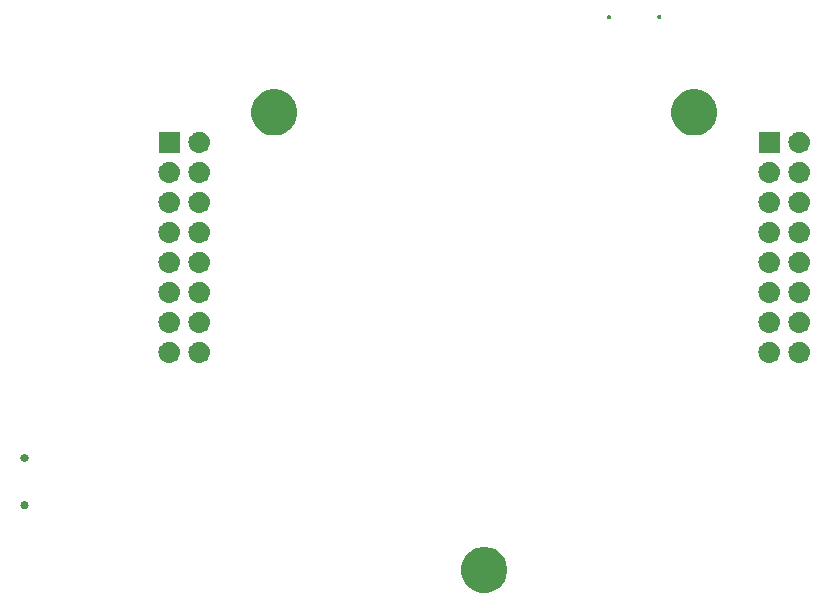
<source format=gbr>
G04 #@! TF.GenerationSoftware,KiCad,Pcbnew,(5.0.2)-1*
G04 #@! TF.CreationDate,2019-10-04T12:36:52+03:00*
G04 #@! TF.ProjectId,esp32d,65737033-3264-42e6-9b69-6361645f7063,rev?*
G04 #@! TF.SameCoordinates,Original*
G04 #@! TF.FileFunction,Soldermask,Bot*
G04 #@! TF.FilePolarity,Negative*
%FSLAX46Y46*%
G04 Gerber Fmt 4.6, Leading zero omitted, Abs format (unit mm)*
G04 Created by KiCad (PCBNEW (5.0.2)-1) date 04.10.2019 12:36:52*
%MOMM*%
%LPD*%
G01*
G04 APERTURE LIST*
%ADD10C,0.100000*%
G04 APERTURE END LIST*
D10*
G36*
X119949083Y-141633975D02*
X119949085Y-141633976D01*
X119949086Y-141633976D01*
X120304145Y-141781046D01*
X120304146Y-141781047D01*
X120623693Y-141994561D01*
X120895439Y-142266307D01*
X120895441Y-142266310D01*
X121108954Y-142585855D01*
X121256024Y-142940914D01*
X121331000Y-143317843D01*
X121331000Y-143702157D01*
X121256024Y-144079086D01*
X121108954Y-144434145D01*
X121108953Y-144434146D01*
X120895439Y-144753693D01*
X120623693Y-145025439D01*
X120623690Y-145025441D01*
X120304145Y-145238954D01*
X119949086Y-145386024D01*
X119949085Y-145386024D01*
X119949083Y-145386025D01*
X119572158Y-145461000D01*
X119187842Y-145461000D01*
X118810917Y-145386025D01*
X118810915Y-145386024D01*
X118810914Y-145386024D01*
X118455855Y-145238954D01*
X118136310Y-145025441D01*
X118136307Y-145025439D01*
X117864561Y-144753693D01*
X117651047Y-144434146D01*
X117651046Y-144434145D01*
X117503976Y-144079086D01*
X117429000Y-143702157D01*
X117429000Y-143317843D01*
X117503976Y-142940914D01*
X117651046Y-142585855D01*
X117864559Y-142266310D01*
X117864561Y-142266307D01*
X118136307Y-141994561D01*
X118455854Y-141781047D01*
X118455855Y-141781046D01*
X118810914Y-141633976D01*
X118810915Y-141633976D01*
X118810917Y-141633975D01*
X119187842Y-141559000D01*
X119572158Y-141559000D01*
X119949083Y-141633975D01*
X119949083Y-141633975D01*
G37*
G36*
X80562883Y-137679489D02*
X80626761Y-137705948D01*
X80684250Y-137744361D01*
X80733139Y-137793250D01*
X80771552Y-137850739D01*
X80798011Y-137914617D01*
X80811500Y-137982430D01*
X80811500Y-138051570D01*
X80798011Y-138119383D01*
X80771552Y-138183261D01*
X80733139Y-138240750D01*
X80684250Y-138289639D01*
X80626761Y-138328052D01*
X80562883Y-138354511D01*
X80495070Y-138368000D01*
X80425930Y-138368000D01*
X80358117Y-138354511D01*
X80294239Y-138328052D01*
X80236750Y-138289639D01*
X80187861Y-138240750D01*
X80149448Y-138183261D01*
X80122989Y-138119383D01*
X80109500Y-138051570D01*
X80109500Y-137982430D01*
X80122989Y-137914617D01*
X80149448Y-137850739D01*
X80187861Y-137793250D01*
X80236750Y-137744361D01*
X80294239Y-137705948D01*
X80358117Y-137679489D01*
X80425930Y-137666000D01*
X80495070Y-137666000D01*
X80562883Y-137679489D01*
X80562883Y-137679489D01*
G37*
G36*
X80562883Y-133679489D02*
X80626761Y-133705948D01*
X80684250Y-133744361D01*
X80733139Y-133793250D01*
X80771552Y-133850739D01*
X80798011Y-133914617D01*
X80811500Y-133982430D01*
X80811500Y-134051570D01*
X80798011Y-134119383D01*
X80771552Y-134183261D01*
X80733139Y-134240750D01*
X80684250Y-134289639D01*
X80626761Y-134328052D01*
X80562883Y-134354511D01*
X80495070Y-134368000D01*
X80425930Y-134368000D01*
X80358117Y-134354511D01*
X80294239Y-134328052D01*
X80236750Y-134289639D01*
X80187861Y-134240750D01*
X80149448Y-134183261D01*
X80122989Y-134119383D01*
X80109500Y-134051570D01*
X80109500Y-133982430D01*
X80122989Y-133914617D01*
X80149448Y-133850739D01*
X80187861Y-133793250D01*
X80236750Y-133744361D01*
X80294239Y-133705948D01*
X80358117Y-133679489D01*
X80425930Y-133666000D01*
X80495070Y-133666000D01*
X80562883Y-133679489D01*
X80562883Y-133679489D01*
G37*
G36*
X95360442Y-124200518D02*
X95426627Y-124207037D01*
X95539853Y-124241384D01*
X95596467Y-124258557D01*
X95735087Y-124332652D01*
X95752991Y-124342222D01*
X95788729Y-124371552D01*
X95890186Y-124454814D01*
X95973448Y-124556271D01*
X96002778Y-124592009D01*
X96002779Y-124592011D01*
X96086443Y-124748533D01*
X96086443Y-124748534D01*
X96137963Y-124918373D01*
X96155359Y-125095000D01*
X96137963Y-125271627D01*
X96103616Y-125384853D01*
X96086443Y-125441467D01*
X96012348Y-125580087D01*
X96002778Y-125597991D01*
X95973448Y-125633729D01*
X95890186Y-125735186D01*
X95788729Y-125818448D01*
X95752991Y-125847778D01*
X95752989Y-125847779D01*
X95596467Y-125931443D01*
X95539853Y-125948616D01*
X95426627Y-125982963D01*
X95360442Y-125989482D01*
X95294260Y-125996000D01*
X95205740Y-125996000D01*
X95139558Y-125989482D01*
X95073373Y-125982963D01*
X94960147Y-125948616D01*
X94903533Y-125931443D01*
X94747011Y-125847779D01*
X94747009Y-125847778D01*
X94711271Y-125818448D01*
X94609814Y-125735186D01*
X94526552Y-125633729D01*
X94497222Y-125597991D01*
X94487652Y-125580087D01*
X94413557Y-125441467D01*
X94396384Y-125384853D01*
X94362037Y-125271627D01*
X94344641Y-125095000D01*
X94362037Y-124918373D01*
X94413557Y-124748534D01*
X94413557Y-124748533D01*
X94497221Y-124592011D01*
X94497222Y-124592009D01*
X94526552Y-124556271D01*
X94609814Y-124454814D01*
X94711271Y-124371552D01*
X94747009Y-124342222D01*
X94764913Y-124332652D01*
X94903533Y-124258557D01*
X94960147Y-124241384D01*
X95073373Y-124207037D01*
X95139558Y-124200518D01*
X95205740Y-124194000D01*
X95294260Y-124194000D01*
X95360442Y-124200518D01*
X95360442Y-124200518D01*
G37*
G36*
X92820442Y-124200518D02*
X92886627Y-124207037D01*
X92999853Y-124241384D01*
X93056467Y-124258557D01*
X93195087Y-124332652D01*
X93212991Y-124342222D01*
X93248729Y-124371552D01*
X93350186Y-124454814D01*
X93433448Y-124556271D01*
X93462778Y-124592009D01*
X93462779Y-124592011D01*
X93546443Y-124748533D01*
X93546443Y-124748534D01*
X93597963Y-124918373D01*
X93615359Y-125095000D01*
X93597963Y-125271627D01*
X93563616Y-125384853D01*
X93546443Y-125441467D01*
X93472348Y-125580087D01*
X93462778Y-125597991D01*
X93433448Y-125633729D01*
X93350186Y-125735186D01*
X93248729Y-125818448D01*
X93212991Y-125847778D01*
X93212989Y-125847779D01*
X93056467Y-125931443D01*
X92999853Y-125948616D01*
X92886627Y-125982963D01*
X92820442Y-125989482D01*
X92754260Y-125996000D01*
X92665740Y-125996000D01*
X92599558Y-125989482D01*
X92533373Y-125982963D01*
X92420147Y-125948616D01*
X92363533Y-125931443D01*
X92207011Y-125847779D01*
X92207009Y-125847778D01*
X92171271Y-125818448D01*
X92069814Y-125735186D01*
X91986552Y-125633729D01*
X91957222Y-125597991D01*
X91947652Y-125580087D01*
X91873557Y-125441467D01*
X91856384Y-125384853D01*
X91822037Y-125271627D01*
X91804641Y-125095000D01*
X91822037Y-124918373D01*
X91873557Y-124748534D01*
X91873557Y-124748533D01*
X91957221Y-124592011D01*
X91957222Y-124592009D01*
X91986552Y-124556271D01*
X92069814Y-124454814D01*
X92171271Y-124371552D01*
X92207009Y-124342222D01*
X92224913Y-124332652D01*
X92363533Y-124258557D01*
X92420147Y-124241384D01*
X92533373Y-124207037D01*
X92599558Y-124200518D01*
X92665740Y-124194000D01*
X92754260Y-124194000D01*
X92820442Y-124200518D01*
X92820442Y-124200518D01*
G37*
G36*
X146160442Y-124200518D02*
X146226627Y-124207037D01*
X146339853Y-124241384D01*
X146396467Y-124258557D01*
X146535087Y-124332652D01*
X146552991Y-124342222D01*
X146588729Y-124371552D01*
X146690186Y-124454814D01*
X146773448Y-124556271D01*
X146802778Y-124592009D01*
X146802779Y-124592011D01*
X146886443Y-124748533D01*
X146886443Y-124748534D01*
X146937963Y-124918373D01*
X146955359Y-125095000D01*
X146937963Y-125271627D01*
X146903616Y-125384853D01*
X146886443Y-125441467D01*
X146812348Y-125580087D01*
X146802778Y-125597991D01*
X146773448Y-125633729D01*
X146690186Y-125735186D01*
X146588729Y-125818448D01*
X146552991Y-125847778D01*
X146552989Y-125847779D01*
X146396467Y-125931443D01*
X146339853Y-125948616D01*
X146226627Y-125982963D01*
X146160442Y-125989482D01*
X146094260Y-125996000D01*
X146005740Y-125996000D01*
X145939558Y-125989482D01*
X145873373Y-125982963D01*
X145760147Y-125948616D01*
X145703533Y-125931443D01*
X145547011Y-125847779D01*
X145547009Y-125847778D01*
X145511271Y-125818448D01*
X145409814Y-125735186D01*
X145326552Y-125633729D01*
X145297222Y-125597991D01*
X145287652Y-125580087D01*
X145213557Y-125441467D01*
X145196384Y-125384853D01*
X145162037Y-125271627D01*
X145144641Y-125095000D01*
X145162037Y-124918373D01*
X145213557Y-124748534D01*
X145213557Y-124748533D01*
X145297221Y-124592011D01*
X145297222Y-124592009D01*
X145326552Y-124556271D01*
X145409814Y-124454814D01*
X145511271Y-124371552D01*
X145547009Y-124342222D01*
X145564913Y-124332652D01*
X145703533Y-124258557D01*
X145760147Y-124241384D01*
X145873373Y-124207037D01*
X145939558Y-124200518D01*
X146005740Y-124194000D01*
X146094260Y-124194000D01*
X146160442Y-124200518D01*
X146160442Y-124200518D01*
G37*
G36*
X143620442Y-124200518D02*
X143686627Y-124207037D01*
X143799853Y-124241384D01*
X143856467Y-124258557D01*
X143995087Y-124332652D01*
X144012991Y-124342222D01*
X144048729Y-124371552D01*
X144150186Y-124454814D01*
X144233448Y-124556271D01*
X144262778Y-124592009D01*
X144262779Y-124592011D01*
X144346443Y-124748533D01*
X144346443Y-124748534D01*
X144397963Y-124918373D01*
X144415359Y-125095000D01*
X144397963Y-125271627D01*
X144363616Y-125384853D01*
X144346443Y-125441467D01*
X144272348Y-125580087D01*
X144262778Y-125597991D01*
X144233448Y-125633729D01*
X144150186Y-125735186D01*
X144048729Y-125818448D01*
X144012991Y-125847778D01*
X144012989Y-125847779D01*
X143856467Y-125931443D01*
X143799853Y-125948616D01*
X143686627Y-125982963D01*
X143620442Y-125989482D01*
X143554260Y-125996000D01*
X143465740Y-125996000D01*
X143399558Y-125989482D01*
X143333373Y-125982963D01*
X143220147Y-125948616D01*
X143163533Y-125931443D01*
X143007011Y-125847779D01*
X143007009Y-125847778D01*
X142971271Y-125818448D01*
X142869814Y-125735186D01*
X142786552Y-125633729D01*
X142757222Y-125597991D01*
X142747652Y-125580087D01*
X142673557Y-125441467D01*
X142656384Y-125384853D01*
X142622037Y-125271627D01*
X142604641Y-125095000D01*
X142622037Y-124918373D01*
X142673557Y-124748534D01*
X142673557Y-124748533D01*
X142757221Y-124592011D01*
X142757222Y-124592009D01*
X142786552Y-124556271D01*
X142869814Y-124454814D01*
X142971271Y-124371552D01*
X143007009Y-124342222D01*
X143024913Y-124332652D01*
X143163533Y-124258557D01*
X143220147Y-124241384D01*
X143333373Y-124207037D01*
X143399558Y-124200518D01*
X143465740Y-124194000D01*
X143554260Y-124194000D01*
X143620442Y-124200518D01*
X143620442Y-124200518D01*
G37*
G36*
X146160442Y-121660518D02*
X146226627Y-121667037D01*
X146339853Y-121701384D01*
X146396467Y-121718557D01*
X146535087Y-121792652D01*
X146552991Y-121802222D01*
X146588729Y-121831552D01*
X146690186Y-121914814D01*
X146773448Y-122016271D01*
X146802778Y-122052009D01*
X146802779Y-122052011D01*
X146886443Y-122208533D01*
X146886443Y-122208534D01*
X146937963Y-122378373D01*
X146955359Y-122555000D01*
X146937963Y-122731627D01*
X146903616Y-122844853D01*
X146886443Y-122901467D01*
X146812348Y-123040087D01*
X146802778Y-123057991D01*
X146773448Y-123093729D01*
X146690186Y-123195186D01*
X146588729Y-123278448D01*
X146552991Y-123307778D01*
X146552989Y-123307779D01*
X146396467Y-123391443D01*
X146339853Y-123408616D01*
X146226627Y-123442963D01*
X146160442Y-123449482D01*
X146094260Y-123456000D01*
X146005740Y-123456000D01*
X145939558Y-123449482D01*
X145873373Y-123442963D01*
X145760147Y-123408616D01*
X145703533Y-123391443D01*
X145547011Y-123307779D01*
X145547009Y-123307778D01*
X145511271Y-123278448D01*
X145409814Y-123195186D01*
X145326552Y-123093729D01*
X145297222Y-123057991D01*
X145287652Y-123040087D01*
X145213557Y-122901467D01*
X145196384Y-122844853D01*
X145162037Y-122731627D01*
X145144641Y-122555000D01*
X145162037Y-122378373D01*
X145213557Y-122208534D01*
X145213557Y-122208533D01*
X145297221Y-122052011D01*
X145297222Y-122052009D01*
X145326552Y-122016271D01*
X145409814Y-121914814D01*
X145511271Y-121831552D01*
X145547009Y-121802222D01*
X145564913Y-121792652D01*
X145703533Y-121718557D01*
X145760147Y-121701384D01*
X145873373Y-121667037D01*
X145939558Y-121660518D01*
X146005740Y-121654000D01*
X146094260Y-121654000D01*
X146160442Y-121660518D01*
X146160442Y-121660518D01*
G37*
G36*
X92820442Y-121660518D02*
X92886627Y-121667037D01*
X92999853Y-121701384D01*
X93056467Y-121718557D01*
X93195087Y-121792652D01*
X93212991Y-121802222D01*
X93248729Y-121831552D01*
X93350186Y-121914814D01*
X93433448Y-122016271D01*
X93462778Y-122052009D01*
X93462779Y-122052011D01*
X93546443Y-122208533D01*
X93546443Y-122208534D01*
X93597963Y-122378373D01*
X93615359Y-122555000D01*
X93597963Y-122731627D01*
X93563616Y-122844853D01*
X93546443Y-122901467D01*
X93472348Y-123040087D01*
X93462778Y-123057991D01*
X93433448Y-123093729D01*
X93350186Y-123195186D01*
X93248729Y-123278448D01*
X93212991Y-123307778D01*
X93212989Y-123307779D01*
X93056467Y-123391443D01*
X92999853Y-123408616D01*
X92886627Y-123442963D01*
X92820442Y-123449482D01*
X92754260Y-123456000D01*
X92665740Y-123456000D01*
X92599558Y-123449482D01*
X92533373Y-123442963D01*
X92420147Y-123408616D01*
X92363533Y-123391443D01*
X92207011Y-123307779D01*
X92207009Y-123307778D01*
X92171271Y-123278448D01*
X92069814Y-123195186D01*
X91986552Y-123093729D01*
X91957222Y-123057991D01*
X91947652Y-123040087D01*
X91873557Y-122901467D01*
X91856384Y-122844853D01*
X91822037Y-122731627D01*
X91804641Y-122555000D01*
X91822037Y-122378373D01*
X91873557Y-122208534D01*
X91873557Y-122208533D01*
X91957221Y-122052011D01*
X91957222Y-122052009D01*
X91986552Y-122016271D01*
X92069814Y-121914814D01*
X92171271Y-121831552D01*
X92207009Y-121802222D01*
X92224913Y-121792652D01*
X92363533Y-121718557D01*
X92420147Y-121701384D01*
X92533373Y-121667037D01*
X92599558Y-121660518D01*
X92665740Y-121654000D01*
X92754260Y-121654000D01*
X92820442Y-121660518D01*
X92820442Y-121660518D01*
G37*
G36*
X95360442Y-121660518D02*
X95426627Y-121667037D01*
X95539853Y-121701384D01*
X95596467Y-121718557D01*
X95735087Y-121792652D01*
X95752991Y-121802222D01*
X95788729Y-121831552D01*
X95890186Y-121914814D01*
X95973448Y-122016271D01*
X96002778Y-122052009D01*
X96002779Y-122052011D01*
X96086443Y-122208533D01*
X96086443Y-122208534D01*
X96137963Y-122378373D01*
X96155359Y-122555000D01*
X96137963Y-122731627D01*
X96103616Y-122844853D01*
X96086443Y-122901467D01*
X96012348Y-123040087D01*
X96002778Y-123057991D01*
X95973448Y-123093729D01*
X95890186Y-123195186D01*
X95788729Y-123278448D01*
X95752991Y-123307778D01*
X95752989Y-123307779D01*
X95596467Y-123391443D01*
X95539853Y-123408616D01*
X95426627Y-123442963D01*
X95360442Y-123449482D01*
X95294260Y-123456000D01*
X95205740Y-123456000D01*
X95139558Y-123449482D01*
X95073373Y-123442963D01*
X94960147Y-123408616D01*
X94903533Y-123391443D01*
X94747011Y-123307779D01*
X94747009Y-123307778D01*
X94711271Y-123278448D01*
X94609814Y-123195186D01*
X94526552Y-123093729D01*
X94497222Y-123057991D01*
X94487652Y-123040087D01*
X94413557Y-122901467D01*
X94396384Y-122844853D01*
X94362037Y-122731627D01*
X94344641Y-122555000D01*
X94362037Y-122378373D01*
X94413557Y-122208534D01*
X94413557Y-122208533D01*
X94497221Y-122052011D01*
X94497222Y-122052009D01*
X94526552Y-122016271D01*
X94609814Y-121914814D01*
X94711271Y-121831552D01*
X94747009Y-121802222D01*
X94764913Y-121792652D01*
X94903533Y-121718557D01*
X94960147Y-121701384D01*
X95073373Y-121667037D01*
X95139558Y-121660518D01*
X95205740Y-121654000D01*
X95294260Y-121654000D01*
X95360442Y-121660518D01*
X95360442Y-121660518D01*
G37*
G36*
X143620442Y-121660518D02*
X143686627Y-121667037D01*
X143799853Y-121701384D01*
X143856467Y-121718557D01*
X143995087Y-121792652D01*
X144012991Y-121802222D01*
X144048729Y-121831552D01*
X144150186Y-121914814D01*
X144233448Y-122016271D01*
X144262778Y-122052009D01*
X144262779Y-122052011D01*
X144346443Y-122208533D01*
X144346443Y-122208534D01*
X144397963Y-122378373D01*
X144415359Y-122555000D01*
X144397963Y-122731627D01*
X144363616Y-122844853D01*
X144346443Y-122901467D01*
X144272348Y-123040087D01*
X144262778Y-123057991D01*
X144233448Y-123093729D01*
X144150186Y-123195186D01*
X144048729Y-123278448D01*
X144012991Y-123307778D01*
X144012989Y-123307779D01*
X143856467Y-123391443D01*
X143799853Y-123408616D01*
X143686627Y-123442963D01*
X143620442Y-123449482D01*
X143554260Y-123456000D01*
X143465740Y-123456000D01*
X143399558Y-123449482D01*
X143333373Y-123442963D01*
X143220147Y-123408616D01*
X143163533Y-123391443D01*
X143007011Y-123307779D01*
X143007009Y-123307778D01*
X142971271Y-123278448D01*
X142869814Y-123195186D01*
X142786552Y-123093729D01*
X142757222Y-123057991D01*
X142747652Y-123040087D01*
X142673557Y-122901467D01*
X142656384Y-122844853D01*
X142622037Y-122731627D01*
X142604641Y-122555000D01*
X142622037Y-122378373D01*
X142673557Y-122208534D01*
X142673557Y-122208533D01*
X142757221Y-122052011D01*
X142757222Y-122052009D01*
X142786552Y-122016271D01*
X142869814Y-121914814D01*
X142971271Y-121831552D01*
X143007009Y-121802222D01*
X143024913Y-121792652D01*
X143163533Y-121718557D01*
X143220147Y-121701384D01*
X143333373Y-121667037D01*
X143399558Y-121660518D01*
X143465740Y-121654000D01*
X143554260Y-121654000D01*
X143620442Y-121660518D01*
X143620442Y-121660518D01*
G37*
G36*
X146160443Y-119120519D02*
X146226627Y-119127037D01*
X146339853Y-119161384D01*
X146396467Y-119178557D01*
X146535087Y-119252652D01*
X146552991Y-119262222D01*
X146588729Y-119291552D01*
X146690186Y-119374814D01*
X146773448Y-119476271D01*
X146802778Y-119512009D01*
X146802779Y-119512011D01*
X146886443Y-119668533D01*
X146886443Y-119668534D01*
X146937963Y-119838373D01*
X146955359Y-120015000D01*
X146937963Y-120191627D01*
X146903616Y-120304853D01*
X146886443Y-120361467D01*
X146812348Y-120500087D01*
X146802778Y-120517991D01*
X146773448Y-120553729D01*
X146690186Y-120655186D01*
X146588729Y-120738448D01*
X146552991Y-120767778D01*
X146552989Y-120767779D01*
X146396467Y-120851443D01*
X146339853Y-120868616D01*
X146226627Y-120902963D01*
X146160442Y-120909482D01*
X146094260Y-120916000D01*
X146005740Y-120916000D01*
X145939558Y-120909482D01*
X145873373Y-120902963D01*
X145760147Y-120868616D01*
X145703533Y-120851443D01*
X145547011Y-120767779D01*
X145547009Y-120767778D01*
X145511271Y-120738448D01*
X145409814Y-120655186D01*
X145326552Y-120553729D01*
X145297222Y-120517991D01*
X145287652Y-120500087D01*
X145213557Y-120361467D01*
X145196384Y-120304853D01*
X145162037Y-120191627D01*
X145144641Y-120015000D01*
X145162037Y-119838373D01*
X145213557Y-119668534D01*
X145213557Y-119668533D01*
X145297221Y-119512011D01*
X145297222Y-119512009D01*
X145326552Y-119476271D01*
X145409814Y-119374814D01*
X145511271Y-119291552D01*
X145547009Y-119262222D01*
X145564913Y-119252652D01*
X145703533Y-119178557D01*
X145760147Y-119161384D01*
X145873373Y-119127037D01*
X145939557Y-119120519D01*
X146005740Y-119114000D01*
X146094260Y-119114000D01*
X146160443Y-119120519D01*
X146160443Y-119120519D01*
G37*
G36*
X143620443Y-119120519D02*
X143686627Y-119127037D01*
X143799853Y-119161384D01*
X143856467Y-119178557D01*
X143995087Y-119252652D01*
X144012991Y-119262222D01*
X144048729Y-119291552D01*
X144150186Y-119374814D01*
X144233448Y-119476271D01*
X144262778Y-119512009D01*
X144262779Y-119512011D01*
X144346443Y-119668533D01*
X144346443Y-119668534D01*
X144397963Y-119838373D01*
X144415359Y-120015000D01*
X144397963Y-120191627D01*
X144363616Y-120304853D01*
X144346443Y-120361467D01*
X144272348Y-120500087D01*
X144262778Y-120517991D01*
X144233448Y-120553729D01*
X144150186Y-120655186D01*
X144048729Y-120738448D01*
X144012991Y-120767778D01*
X144012989Y-120767779D01*
X143856467Y-120851443D01*
X143799853Y-120868616D01*
X143686627Y-120902963D01*
X143620442Y-120909482D01*
X143554260Y-120916000D01*
X143465740Y-120916000D01*
X143399558Y-120909482D01*
X143333373Y-120902963D01*
X143220147Y-120868616D01*
X143163533Y-120851443D01*
X143007011Y-120767779D01*
X143007009Y-120767778D01*
X142971271Y-120738448D01*
X142869814Y-120655186D01*
X142786552Y-120553729D01*
X142757222Y-120517991D01*
X142747652Y-120500087D01*
X142673557Y-120361467D01*
X142656384Y-120304853D01*
X142622037Y-120191627D01*
X142604641Y-120015000D01*
X142622037Y-119838373D01*
X142673557Y-119668534D01*
X142673557Y-119668533D01*
X142757221Y-119512011D01*
X142757222Y-119512009D01*
X142786552Y-119476271D01*
X142869814Y-119374814D01*
X142971271Y-119291552D01*
X143007009Y-119262222D01*
X143024913Y-119252652D01*
X143163533Y-119178557D01*
X143220147Y-119161384D01*
X143333373Y-119127037D01*
X143399557Y-119120519D01*
X143465740Y-119114000D01*
X143554260Y-119114000D01*
X143620443Y-119120519D01*
X143620443Y-119120519D01*
G37*
G36*
X95360443Y-119120519D02*
X95426627Y-119127037D01*
X95539853Y-119161384D01*
X95596467Y-119178557D01*
X95735087Y-119252652D01*
X95752991Y-119262222D01*
X95788729Y-119291552D01*
X95890186Y-119374814D01*
X95973448Y-119476271D01*
X96002778Y-119512009D01*
X96002779Y-119512011D01*
X96086443Y-119668533D01*
X96086443Y-119668534D01*
X96137963Y-119838373D01*
X96155359Y-120015000D01*
X96137963Y-120191627D01*
X96103616Y-120304853D01*
X96086443Y-120361467D01*
X96012348Y-120500087D01*
X96002778Y-120517991D01*
X95973448Y-120553729D01*
X95890186Y-120655186D01*
X95788729Y-120738448D01*
X95752991Y-120767778D01*
X95752989Y-120767779D01*
X95596467Y-120851443D01*
X95539853Y-120868616D01*
X95426627Y-120902963D01*
X95360442Y-120909482D01*
X95294260Y-120916000D01*
X95205740Y-120916000D01*
X95139558Y-120909482D01*
X95073373Y-120902963D01*
X94960147Y-120868616D01*
X94903533Y-120851443D01*
X94747011Y-120767779D01*
X94747009Y-120767778D01*
X94711271Y-120738448D01*
X94609814Y-120655186D01*
X94526552Y-120553729D01*
X94497222Y-120517991D01*
X94487652Y-120500087D01*
X94413557Y-120361467D01*
X94396384Y-120304853D01*
X94362037Y-120191627D01*
X94344641Y-120015000D01*
X94362037Y-119838373D01*
X94413557Y-119668534D01*
X94413557Y-119668533D01*
X94497221Y-119512011D01*
X94497222Y-119512009D01*
X94526552Y-119476271D01*
X94609814Y-119374814D01*
X94711271Y-119291552D01*
X94747009Y-119262222D01*
X94764913Y-119252652D01*
X94903533Y-119178557D01*
X94960147Y-119161384D01*
X95073373Y-119127037D01*
X95139557Y-119120519D01*
X95205740Y-119114000D01*
X95294260Y-119114000D01*
X95360443Y-119120519D01*
X95360443Y-119120519D01*
G37*
G36*
X92820443Y-119120519D02*
X92886627Y-119127037D01*
X92999853Y-119161384D01*
X93056467Y-119178557D01*
X93195087Y-119252652D01*
X93212991Y-119262222D01*
X93248729Y-119291552D01*
X93350186Y-119374814D01*
X93433448Y-119476271D01*
X93462778Y-119512009D01*
X93462779Y-119512011D01*
X93546443Y-119668533D01*
X93546443Y-119668534D01*
X93597963Y-119838373D01*
X93615359Y-120015000D01*
X93597963Y-120191627D01*
X93563616Y-120304853D01*
X93546443Y-120361467D01*
X93472348Y-120500087D01*
X93462778Y-120517991D01*
X93433448Y-120553729D01*
X93350186Y-120655186D01*
X93248729Y-120738448D01*
X93212991Y-120767778D01*
X93212989Y-120767779D01*
X93056467Y-120851443D01*
X92999853Y-120868616D01*
X92886627Y-120902963D01*
X92820442Y-120909482D01*
X92754260Y-120916000D01*
X92665740Y-120916000D01*
X92599558Y-120909482D01*
X92533373Y-120902963D01*
X92420147Y-120868616D01*
X92363533Y-120851443D01*
X92207011Y-120767779D01*
X92207009Y-120767778D01*
X92171271Y-120738448D01*
X92069814Y-120655186D01*
X91986552Y-120553729D01*
X91957222Y-120517991D01*
X91947652Y-120500087D01*
X91873557Y-120361467D01*
X91856384Y-120304853D01*
X91822037Y-120191627D01*
X91804641Y-120015000D01*
X91822037Y-119838373D01*
X91873557Y-119668534D01*
X91873557Y-119668533D01*
X91957221Y-119512011D01*
X91957222Y-119512009D01*
X91986552Y-119476271D01*
X92069814Y-119374814D01*
X92171271Y-119291552D01*
X92207009Y-119262222D01*
X92224913Y-119252652D01*
X92363533Y-119178557D01*
X92420147Y-119161384D01*
X92533373Y-119127037D01*
X92599557Y-119120519D01*
X92665740Y-119114000D01*
X92754260Y-119114000D01*
X92820443Y-119120519D01*
X92820443Y-119120519D01*
G37*
G36*
X143620443Y-116580519D02*
X143686627Y-116587037D01*
X143799853Y-116621384D01*
X143856467Y-116638557D01*
X143995087Y-116712652D01*
X144012991Y-116722222D01*
X144048729Y-116751552D01*
X144150186Y-116834814D01*
X144233448Y-116936271D01*
X144262778Y-116972009D01*
X144262779Y-116972011D01*
X144346443Y-117128533D01*
X144346443Y-117128534D01*
X144397963Y-117298373D01*
X144415359Y-117475000D01*
X144397963Y-117651627D01*
X144363616Y-117764853D01*
X144346443Y-117821467D01*
X144272348Y-117960087D01*
X144262778Y-117977991D01*
X144233448Y-118013729D01*
X144150186Y-118115186D01*
X144048729Y-118198448D01*
X144012991Y-118227778D01*
X144012989Y-118227779D01*
X143856467Y-118311443D01*
X143799853Y-118328616D01*
X143686627Y-118362963D01*
X143620442Y-118369482D01*
X143554260Y-118376000D01*
X143465740Y-118376000D01*
X143399558Y-118369482D01*
X143333373Y-118362963D01*
X143220147Y-118328616D01*
X143163533Y-118311443D01*
X143007011Y-118227779D01*
X143007009Y-118227778D01*
X142971271Y-118198448D01*
X142869814Y-118115186D01*
X142786552Y-118013729D01*
X142757222Y-117977991D01*
X142747652Y-117960087D01*
X142673557Y-117821467D01*
X142656384Y-117764853D01*
X142622037Y-117651627D01*
X142604641Y-117475000D01*
X142622037Y-117298373D01*
X142673557Y-117128534D01*
X142673557Y-117128533D01*
X142757221Y-116972011D01*
X142757222Y-116972009D01*
X142786552Y-116936271D01*
X142869814Y-116834814D01*
X142971271Y-116751552D01*
X143007009Y-116722222D01*
X143024913Y-116712652D01*
X143163533Y-116638557D01*
X143220147Y-116621384D01*
X143333373Y-116587037D01*
X143399557Y-116580519D01*
X143465740Y-116574000D01*
X143554260Y-116574000D01*
X143620443Y-116580519D01*
X143620443Y-116580519D01*
G37*
G36*
X146160443Y-116580519D02*
X146226627Y-116587037D01*
X146339853Y-116621384D01*
X146396467Y-116638557D01*
X146535087Y-116712652D01*
X146552991Y-116722222D01*
X146588729Y-116751552D01*
X146690186Y-116834814D01*
X146773448Y-116936271D01*
X146802778Y-116972009D01*
X146802779Y-116972011D01*
X146886443Y-117128533D01*
X146886443Y-117128534D01*
X146937963Y-117298373D01*
X146955359Y-117475000D01*
X146937963Y-117651627D01*
X146903616Y-117764853D01*
X146886443Y-117821467D01*
X146812348Y-117960087D01*
X146802778Y-117977991D01*
X146773448Y-118013729D01*
X146690186Y-118115186D01*
X146588729Y-118198448D01*
X146552991Y-118227778D01*
X146552989Y-118227779D01*
X146396467Y-118311443D01*
X146339853Y-118328616D01*
X146226627Y-118362963D01*
X146160442Y-118369482D01*
X146094260Y-118376000D01*
X146005740Y-118376000D01*
X145939558Y-118369482D01*
X145873373Y-118362963D01*
X145760147Y-118328616D01*
X145703533Y-118311443D01*
X145547011Y-118227779D01*
X145547009Y-118227778D01*
X145511271Y-118198448D01*
X145409814Y-118115186D01*
X145326552Y-118013729D01*
X145297222Y-117977991D01*
X145287652Y-117960087D01*
X145213557Y-117821467D01*
X145196384Y-117764853D01*
X145162037Y-117651627D01*
X145144641Y-117475000D01*
X145162037Y-117298373D01*
X145213557Y-117128534D01*
X145213557Y-117128533D01*
X145297221Y-116972011D01*
X145297222Y-116972009D01*
X145326552Y-116936271D01*
X145409814Y-116834814D01*
X145511271Y-116751552D01*
X145547009Y-116722222D01*
X145564913Y-116712652D01*
X145703533Y-116638557D01*
X145760147Y-116621384D01*
X145873373Y-116587037D01*
X145939557Y-116580519D01*
X146005740Y-116574000D01*
X146094260Y-116574000D01*
X146160443Y-116580519D01*
X146160443Y-116580519D01*
G37*
G36*
X92820443Y-116580519D02*
X92886627Y-116587037D01*
X92999853Y-116621384D01*
X93056467Y-116638557D01*
X93195087Y-116712652D01*
X93212991Y-116722222D01*
X93248729Y-116751552D01*
X93350186Y-116834814D01*
X93433448Y-116936271D01*
X93462778Y-116972009D01*
X93462779Y-116972011D01*
X93546443Y-117128533D01*
X93546443Y-117128534D01*
X93597963Y-117298373D01*
X93615359Y-117475000D01*
X93597963Y-117651627D01*
X93563616Y-117764853D01*
X93546443Y-117821467D01*
X93472348Y-117960087D01*
X93462778Y-117977991D01*
X93433448Y-118013729D01*
X93350186Y-118115186D01*
X93248729Y-118198448D01*
X93212991Y-118227778D01*
X93212989Y-118227779D01*
X93056467Y-118311443D01*
X92999853Y-118328616D01*
X92886627Y-118362963D01*
X92820442Y-118369482D01*
X92754260Y-118376000D01*
X92665740Y-118376000D01*
X92599558Y-118369482D01*
X92533373Y-118362963D01*
X92420147Y-118328616D01*
X92363533Y-118311443D01*
X92207011Y-118227779D01*
X92207009Y-118227778D01*
X92171271Y-118198448D01*
X92069814Y-118115186D01*
X91986552Y-118013729D01*
X91957222Y-117977991D01*
X91947652Y-117960087D01*
X91873557Y-117821467D01*
X91856384Y-117764853D01*
X91822037Y-117651627D01*
X91804641Y-117475000D01*
X91822037Y-117298373D01*
X91873557Y-117128534D01*
X91873557Y-117128533D01*
X91957221Y-116972011D01*
X91957222Y-116972009D01*
X91986552Y-116936271D01*
X92069814Y-116834814D01*
X92171271Y-116751552D01*
X92207009Y-116722222D01*
X92224913Y-116712652D01*
X92363533Y-116638557D01*
X92420147Y-116621384D01*
X92533373Y-116587037D01*
X92599557Y-116580519D01*
X92665740Y-116574000D01*
X92754260Y-116574000D01*
X92820443Y-116580519D01*
X92820443Y-116580519D01*
G37*
G36*
X95360443Y-116580519D02*
X95426627Y-116587037D01*
X95539853Y-116621384D01*
X95596467Y-116638557D01*
X95735087Y-116712652D01*
X95752991Y-116722222D01*
X95788729Y-116751552D01*
X95890186Y-116834814D01*
X95973448Y-116936271D01*
X96002778Y-116972009D01*
X96002779Y-116972011D01*
X96086443Y-117128533D01*
X96086443Y-117128534D01*
X96137963Y-117298373D01*
X96155359Y-117475000D01*
X96137963Y-117651627D01*
X96103616Y-117764853D01*
X96086443Y-117821467D01*
X96012348Y-117960087D01*
X96002778Y-117977991D01*
X95973448Y-118013729D01*
X95890186Y-118115186D01*
X95788729Y-118198448D01*
X95752991Y-118227778D01*
X95752989Y-118227779D01*
X95596467Y-118311443D01*
X95539853Y-118328616D01*
X95426627Y-118362963D01*
X95360442Y-118369482D01*
X95294260Y-118376000D01*
X95205740Y-118376000D01*
X95139558Y-118369482D01*
X95073373Y-118362963D01*
X94960147Y-118328616D01*
X94903533Y-118311443D01*
X94747011Y-118227779D01*
X94747009Y-118227778D01*
X94711271Y-118198448D01*
X94609814Y-118115186D01*
X94526552Y-118013729D01*
X94497222Y-117977991D01*
X94487652Y-117960087D01*
X94413557Y-117821467D01*
X94396384Y-117764853D01*
X94362037Y-117651627D01*
X94344641Y-117475000D01*
X94362037Y-117298373D01*
X94413557Y-117128534D01*
X94413557Y-117128533D01*
X94497221Y-116972011D01*
X94497222Y-116972009D01*
X94526552Y-116936271D01*
X94609814Y-116834814D01*
X94711271Y-116751552D01*
X94747009Y-116722222D01*
X94764913Y-116712652D01*
X94903533Y-116638557D01*
X94960147Y-116621384D01*
X95073373Y-116587037D01*
X95139557Y-116580519D01*
X95205740Y-116574000D01*
X95294260Y-116574000D01*
X95360443Y-116580519D01*
X95360443Y-116580519D01*
G37*
G36*
X92820442Y-114040518D02*
X92886627Y-114047037D01*
X92999853Y-114081384D01*
X93056467Y-114098557D01*
X93195087Y-114172652D01*
X93212991Y-114182222D01*
X93248729Y-114211552D01*
X93350186Y-114294814D01*
X93433448Y-114396271D01*
X93462778Y-114432009D01*
X93462779Y-114432011D01*
X93546443Y-114588533D01*
X93546443Y-114588534D01*
X93597963Y-114758373D01*
X93615359Y-114935000D01*
X93597963Y-115111627D01*
X93563616Y-115224853D01*
X93546443Y-115281467D01*
X93472348Y-115420087D01*
X93462778Y-115437991D01*
X93433448Y-115473729D01*
X93350186Y-115575186D01*
X93248729Y-115658448D01*
X93212991Y-115687778D01*
X93212989Y-115687779D01*
X93056467Y-115771443D01*
X92999853Y-115788616D01*
X92886627Y-115822963D01*
X92820443Y-115829481D01*
X92754260Y-115836000D01*
X92665740Y-115836000D01*
X92599557Y-115829481D01*
X92533373Y-115822963D01*
X92420147Y-115788616D01*
X92363533Y-115771443D01*
X92207011Y-115687779D01*
X92207009Y-115687778D01*
X92171271Y-115658448D01*
X92069814Y-115575186D01*
X91986552Y-115473729D01*
X91957222Y-115437991D01*
X91947652Y-115420087D01*
X91873557Y-115281467D01*
X91856384Y-115224853D01*
X91822037Y-115111627D01*
X91804641Y-114935000D01*
X91822037Y-114758373D01*
X91873557Y-114588534D01*
X91873557Y-114588533D01*
X91957221Y-114432011D01*
X91957222Y-114432009D01*
X91986552Y-114396271D01*
X92069814Y-114294814D01*
X92171271Y-114211552D01*
X92207009Y-114182222D01*
X92224913Y-114172652D01*
X92363533Y-114098557D01*
X92420147Y-114081384D01*
X92533373Y-114047037D01*
X92599558Y-114040518D01*
X92665740Y-114034000D01*
X92754260Y-114034000D01*
X92820442Y-114040518D01*
X92820442Y-114040518D01*
G37*
G36*
X146160442Y-114040518D02*
X146226627Y-114047037D01*
X146339853Y-114081384D01*
X146396467Y-114098557D01*
X146535087Y-114172652D01*
X146552991Y-114182222D01*
X146588729Y-114211552D01*
X146690186Y-114294814D01*
X146773448Y-114396271D01*
X146802778Y-114432009D01*
X146802779Y-114432011D01*
X146886443Y-114588533D01*
X146886443Y-114588534D01*
X146937963Y-114758373D01*
X146955359Y-114935000D01*
X146937963Y-115111627D01*
X146903616Y-115224853D01*
X146886443Y-115281467D01*
X146812348Y-115420087D01*
X146802778Y-115437991D01*
X146773448Y-115473729D01*
X146690186Y-115575186D01*
X146588729Y-115658448D01*
X146552991Y-115687778D01*
X146552989Y-115687779D01*
X146396467Y-115771443D01*
X146339853Y-115788616D01*
X146226627Y-115822963D01*
X146160443Y-115829481D01*
X146094260Y-115836000D01*
X146005740Y-115836000D01*
X145939557Y-115829481D01*
X145873373Y-115822963D01*
X145760147Y-115788616D01*
X145703533Y-115771443D01*
X145547011Y-115687779D01*
X145547009Y-115687778D01*
X145511271Y-115658448D01*
X145409814Y-115575186D01*
X145326552Y-115473729D01*
X145297222Y-115437991D01*
X145287652Y-115420087D01*
X145213557Y-115281467D01*
X145196384Y-115224853D01*
X145162037Y-115111627D01*
X145144641Y-114935000D01*
X145162037Y-114758373D01*
X145213557Y-114588534D01*
X145213557Y-114588533D01*
X145297221Y-114432011D01*
X145297222Y-114432009D01*
X145326552Y-114396271D01*
X145409814Y-114294814D01*
X145511271Y-114211552D01*
X145547009Y-114182222D01*
X145564913Y-114172652D01*
X145703533Y-114098557D01*
X145760147Y-114081384D01*
X145873373Y-114047037D01*
X145939558Y-114040518D01*
X146005740Y-114034000D01*
X146094260Y-114034000D01*
X146160442Y-114040518D01*
X146160442Y-114040518D01*
G37*
G36*
X95360442Y-114040518D02*
X95426627Y-114047037D01*
X95539853Y-114081384D01*
X95596467Y-114098557D01*
X95735087Y-114172652D01*
X95752991Y-114182222D01*
X95788729Y-114211552D01*
X95890186Y-114294814D01*
X95973448Y-114396271D01*
X96002778Y-114432009D01*
X96002779Y-114432011D01*
X96086443Y-114588533D01*
X96086443Y-114588534D01*
X96137963Y-114758373D01*
X96155359Y-114935000D01*
X96137963Y-115111627D01*
X96103616Y-115224853D01*
X96086443Y-115281467D01*
X96012348Y-115420087D01*
X96002778Y-115437991D01*
X95973448Y-115473729D01*
X95890186Y-115575186D01*
X95788729Y-115658448D01*
X95752991Y-115687778D01*
X95752989Y-115687779D01*
X95596467Y-115771443D01*
X95539853Y-115788616D01*
X95426627Y-115822963D01*
X95360443Y-115829481D01*
X95294260Y-115836000D01*
X95205740Y-115836000D01*
X95139557Y-115829481D01*
X95073373Y-115822963D01*
X94960147Y-115788616D01*
X94903533Y-115771443D01*
X94747011Y-115687779D01*
X94747009Y-115687778D01*
X94711271Y-115658448D01*
X94609814Y-115575186D01*
X94526552Y-115473729D01*
X94497222Y-115437991D01*
X94487652Y-115420087D01*
X94413557Y-115281467D01*
X94396384Y-115224853D01*
X94362037Y-115111627D01*
X94344641Y-114935000D01*
X94362037Y-114758373D01*
X94413557Y-114588534D01*
X94413557Y-114588533D01*
X94497221Y-114432011D01*
X94497222Y-114432009D01*
X94526552Y-114396271D01*
X94609814Y-114294814D01*
X94711271Y-114211552D01*
X94747009Y-114182222D01*
X94764913Y-114172652D01*
X94903533Y-114098557D01*
X94960147Y-114081384D01*
X95073373Y-114047037D01*
X95139558Y-114040518D01*
X95205740Y-114034000D01*
X95294260Y-114034000D01*
X95360442Y-114040518D01*
X95360442Y-114040518D01*
G37*
G36*
X143620442Y-114040518D02*
X143686627Y-114047037D01*
X143799853Y-114081384D01*
X143856467Y-114098557D01*
X143995087Y-114172652D01*
X144012991Y-114182222D01*
X144048729Y-114211552D01*
X144150186Y-114294814D01*
X144233448Y-114396271D01*
X144262778Y-114432009D01*
X144262779Y-114432011D01*
X144346443Y-114588533D01*
X144346443Y-114588534D01*
X144397963Y-114758373D01*
X144415359Y-114935000D01*
X144397963Y-115111627D01*
X144363616Y-115224853D01*
X144346443Y-115281467D01*
X144272348Y-115420087D01*
X144262778Y-115437991D01*
X144233448Y-115473729D01*
X144150186Y-115575186D01*
X144048729Y-115658448D01*
X144012991Y-115687778D01*
X144012989Y-115687779D01*
X143856467Y-115771443D01*
X143799853Y-115788616D01*
X143686627Y-115822963D01*
X143620443Y-115829481D01*
X143554260Y-115836000D01*
X143465740Y-115836000D01*
X143399557Y-115829481D01*
X143333373Y-115822963D01*
X143220147Y-115788616D01*
X143163533Y-115771443D01*
X143007011Y-115687779D01*
X143007009Y-115687778D01*
X142971271Y-115658448D01*
X142869814Y-115575186D01*
X142786552Y-115473729D01*
X142757222Y-115437991D01*
X142747652Y-115420087D01*
X142673557Y-115281467D01*
X142656384Y-115224853D01*
X142622037Y-115111627D01*
X142604641Y-114935000D01*
X142622037Y-114758373D01*
X142673557Y-114588534D01*
X142673557Y-114588533D01*
X142757221Y-114432011D01*
X142757222Y-114432009D01*
X142786552Y-114396271D01*
X142869814Y-114294814D01*
X142971271Y-114211552D01*
X143007009Y-114182222D01*
X143024913Y-114172652D01*
X143163533Y-114098557D01*
X143220147Y-114081384D01*
X143333373Y-114047037D01*
X143399558Y-114040518D01*
X143465740Y-114034000D01*
X143554260Y-114034000D01*
X143620442Y-114040518D01*
X143620442Y-114040518D01*
G37*
G36*
X143620443Y-111500519D02*
X143686627Y-111507037D01*
X143799853Y-111541384D01*
X143856467Y-111558557D01*
X143995087Y-111632652D01*
X144012991Y-111642222D01*
X144048729Y-111671552D01*
X144150186Y-111754814D01*
X144233448Y-111856271D01*
X144262778Y-111892009D01*
X144262779Y-111892011D01*
X144346443Y-112048533D01*
X144346443Y-112048534D01*
X144397963Y-112218373D01*
X144415359Y-112395000D01*
X144397963Y-112571627D01*
X144363616Y-112684853D01*
X144346443Y-112741467D01*
X144272348Y-112880087D01*
X144262778Y-112897991D01*
X144233448Y-112933729D01*
X144150186Y-113035186D01*
X144048729Y-113118448D01*
X144012991Y-113147778D01*
X144012989Y-113147779D01*
X143856467Y-113231443D01*
X143799853Y-113248616D01*
X143686627Y-113282963D01*
X143620443Y-113289481D01*
X143554260Y-113296000D01*
X143465740Y-113296000D01*
X143399557Y-113289481D01*
X143333373Y-113282963D01*
X143220147Y-113248616D01*
X143163533Y-113231443D01*
X143007011Y-113147779D01*
X143007009Y-113147778D01*
X142971271Y-113118448D01*
X142869814Y-113035186D01*
X142786552Y-112933729D01*
X142757222Y-112897991D01*
X142747652Y-112880087D01*
X142673557Y-112741467D01*
X142656384Y-112684853D01*
X142622037Y-112571627D01*
X142604641Y-112395000D01*
X142622037Y-112218373D01*
X142673557Y-112048534D01*
X142673557Y-112048533D01*
X142757221Y-111892011D01*
X142757222Y-111892009D01*
X142786552Y-111856271D01*
X142869814Y-111754814D01*
X142971271Y-111671552D01*
X143007009Y-111642222D01*
X143024913Y-111632652D01*
X143163533Y-111558557D01*
X143220147Y-111541384D01*
X143333373Y-111507037D01*
X143399557Y-111500519D01*
X143465740Y-111494000D01*
X143554260Y-111494000D01*
X143620443Y-111500519D01*
X143620443Y-111500519D01*
G37*
G36*
X92820443Y-111500519D02*
X92886627Y-111507037D01*
X92999853Y-111541384D01*
X93056467Y-111558557D01*
X93195087Y-111632652D01*
X93212991Y-111642222D01*
X93248729Y-111671552D01*
X93350186Y-111754814D01*
X93433448Y-111856271D01*
X93462778Y-111892009D01*
X93462779Y-111892011D01*
X93546443Y-112048533D01*
X93546443Y-112048534D01*
X93597963Y-112218373D01*
X93615359Y-112395000D01*
X93597963Y-112571627D01*
X93563616Y-112684853D01*
X93546443Y-112741467D01*
X93472348Y-112880087D01*
X93462778Y-112897991D01*
X93433448Y-112933729D01*
X93350186Y-113035186D01*
X93248729Y-113118448D01*
X93212991Y-113147778D01*
X93212989Y-113147779D01*
X93056467Y-113231443D01*
X92999853Y-113248616D01*
X92886627Y-113282963D01*
X92820443Y-113289481D01*
X92754260Y-113296000D01*
X92665740Y-113296000D01*
X92599557Y-113289481D01*
X92533373Y-113282963D01*
X92420147Y-113248616D01*
X92363533Y-113231443D01*
X92207011Y-113147779D01*
X92207009Y-113147778D01*
X92171271Y-113118448D01*
X92069814Y-113035186D01*
X91986552Y-112933729D01*
X91957222Y-112897991D01*
X91947652Y-112880087D01*
X91873557Y-112741467D01*
X91856384Y-112684853D01*
X91822037Y-112571627D01*
X91804641Y-112395000D01*
X91822037Y-112218373D01*
X91873557Y-112048534D01*
X91873557Y-112048533D01*
X91957221Y-111892011D01*
X91957222Y-111892009D01*
X91986552Y-111856271D01*
X92069814Y-111754814D01*
X92171271Y-111671552D01*
X92207009Y-111642222D01*
X92224913Y-111632652D01*
X92363533Y-111558557D01*
X92420147Y-111541384D01*
X92533373Y-111507037D01*
X92599557Y-111500519D01*
X92665740Y-111494000D01*
X92754260Y-111494000D01*
X92820443Y-111500519D01*
X92820443Y-111500519D01*
G37*
G36*
X95360443Y-111500519D02*
X95426627Y-111507037D01*
X95539853Y-111541384D01*
X95596467Y-111558557D01*
X95735087Y-111632652D01*
X95752991Y-111642222D01*
X95788729Y-111671552D01*
X95890186Y-111754814D01*
X95973448Y-111856271D01*
X96002778Y-111892009D01*
X96002779Y-111892011D01*
X96086443Y-112048533D01*
X96086443Y-112048534D01*
X96137963Y-112218373D01*
X96155359Y-112395000D01*
X96137963Y-112571627D01*
X96103616Y-112684853D01*
X96086443Y-112741467D01*
X96012348Y-112880087D01*
X96002778Y-112897991D01*
X95973448Y-112933729D01*
X95890186Y-113035186D01*
X95788729Y-113118448D01*
X95752991Y-113147778D01*
X95752989Y-113147779D01*
X95596467Y-113231443D01*
X95539853Y-113248616D01*
X95426627Y-113282963D01*
X95360443Y-113289481D01*
X95294260Y-113296000D01*
X95205740Y-113296000D01*
X95139557Y-113289481D01*
X95073373Y-113282963D01*
X94960147Y-113248616D01*
X94903533Y-113231443D01*
X94747011Y-113147779D01*
X94747009Y-113147778D01*
X94711271Y-113118448D01*
X94609814Y-113035186D01*
X94526552Y-112933729D01*
X94497222Y-112897991D01*
X94487652Y-112880087D01*
X94413557Y-112741467D01*
X94396384Y-112684853D01*
X94362037Y-112571627D01*
X94344641Y-112395000D01*
X94362037Y-112218373D01*
X94413557Y-112048534D01*
X94413557Y-112048533D01*
X94497221Y-111892011D01*
X94497222Y-111892009D01*
X94526552Y-111856271D01*
X94609814Y-111754814D01*
X94711271Y-111671552D01*
X94747009Y-111642222D01*
X94764913Y-111632652D01*
X94903533Y-111558557D01*
X94960147Y-111541384D01*
X95073373Y-111507037D01*
X95139557Y-111500519D01*
X95205740Y-111494000D01*
X95294260Y-111494000D01*
X95360443Y-111500519D01*
X95360443Y-111500519D01*
G37*
G36*
X146160443Y-111500519D02*
X146226627Y-111507037D01*
X146339853Y-111541384D01*
X146396467Y-111558557D01*
X146535087Y-111632652D01*
X146552991Y-111642222D01*
X146588729Y-111671552D01*
X146690186Y-111754814D01*
X146773448Y-111856271D01*
X146802778Y-111892009D01*
X146802779Y-111892011D01*
X146886443Y-112048533D01*
X146886443Y-112048534D01*
X146937963Y-112218373D01*
X146955359Y-112395000D01*
X146937963Y-112571627D01*
X146903616Y-112684853D01*
X146886443Y-112741467D01*
X146812348Y-112880087D01*
X146802778Y-112897991D01*
X146773448Y-112933729D01*
X146690186Y-113035186D01*
X146588729Y-113118448D01*
X146552991Y-113147778D01*
X146552989Y-113147779D01*
X146396467Y-113231443D01*
X146339853Y-113248616D01*
X146226627Y-113282963D01*
X146160443Y-113289481D01*
X146094260Y-113296000D01*
X146005740Y-113296000D01*
X145939557Y-113289481D01*
X145873373Y-113282963D01*
X145760147Y-113248616D01*
X145703533Y-113231443D01*
X145547011Y-113147779D01*
X145547009Y-113147778D01*
X145511271Y-113118448D01*
X145409814Y-113035186D01*
X145326552Y-112933729D01*
X145297222Y-112897991D01*
X145287652Y-112880087D01*
X145213557Y-112741467D01*
X145196384Y-112684853D01*
X145162037Y-112571627D01*
X145144641Y-112395000D01*
X145162037Y-112218373D01*
X145213557Y-112048534D01*
X145213557Y-112048533D01*
X145297221Y-111892011D01*
X145297222Y-111892009D01*
X145326552Y-111856271D01*
X145409814Y-111754814D01*
X145511271Y-111671552D01*
X145547009Y-111642222D01*
X145564913Y-111632652D01*
X145703533Y-111558557D01*
X145760147Y-111541384D01*
X145873373Y-111507037D01*
X145939557Y-111500519D01*
X146005740Y-111494000D01*
X146094260Y-111494000D01*
X146160443Y-111500519D01*
X146160443Y-111500519D01*
G37*
G36*
X95360443Y-108960519D02*
X95426627Y-108967037D01*
X95539853Y-109001384D01*
X95596467Y-109018557D01*
X95735087Y-109092652D01*
X95752991Y-109102222D01*
X95788729Y-109131552D01*
X95890186Y-109214814D01*
X95973448Y-109316271D01*
X96002778Y-109352009D01*
X96002779Y-109352011D01*
X96086443Y-109508533D01*
X96086443Y-109508534D01*
X96137963Y-109678373D01*
X96155359Y-109855000D01*
X96137963Y-110031627D01*
X96103616Y-110144853D01*
X96086443Y-110201467D01*
X96012348Y-110340087D01*
X96002778Y-110357991D01*
X95973448Y-110393729D01*
X95890186Y-110495186D01*
X95788729Y-110578448D01*
X95752991Y-110607778D01*
X95752989Y-110607779D01*
X95596467Y-110691443D01*
X95539853Y-110708616D01*
X95426627Y-110742963D01*
X95360442Y-110749482D01*
X95294260Y-110756000D01*
X95205740Y-110756000D01*
X95139558Y-110749482D01*
X95073373Y-110742963D01*
X94960147Y-110708616D01*
X94903533Y-110691443D01*
X94747011Y-110607779D01*
X94747009Y-110607778D01*
X94711271Y-110578448D01*
X94609814Y-110495186D01*
X94526552Y-110393729D01*
X94497222Y-110357991D01*
X94487652Y-110340087D01*
X94413557Y-110201467D01*
X94396384Y-110144853D01*
X94362037Y-110031627D01*
X94344641Y-109855000D01*
X94362037Y-109678373D01*
X94413557Y-109508534D01*
X94413557Y-109508533D01*
X94497221Y-109352011D01*
X94497222Y-109352009D01*
X94526552Y-109316271D01*
X94609814Y-109214814D01*
X94711271Y-109131552D01*
X94747009Y-109102222D01*
X94764913Y-109092652D01*
X94903533Y-109018557D01*
X94960147Y-109001384D01*
X95073373Y-108967037D01*
X95139557Y-108960519D01*
X95205740Y-108954000D01*
X95294260Y-108954000D01*
X95360443Y-108960519D01*
X95360443Y-108960519D01*
G37*
G36*
X143620443Y-108960519D02*
X143686627Y-108967037D01*
X143799853Y-109001384D01*
X143856467Y-109018557D01*
X143995087Y-109092652D01*
X144012991Y-109102222D01*
X144048729Y-109131552D01*
X144150186Y-109214814D01*
X144233448Y-109316271D01*
X144262778Y-109352009D01*
X144262779Y-109352011D01*
X144346443Y-109508533D01*
X144346443Y-109508534D01*
X144397963Y-109678373D01*
X144415359Y-109855000D01*
X144397963Y-110031627D01*
X144363616Y-110144853D01*
X144346443Y-110201467D01*
X144272348Y-110340087D01*
X144262778Y-110357991D01*
X144233448Y-110393729D01*
X144150186Y-110495186D01*
X144048729Y-110578448D01*
X144012991Y-110607778D01*
X144012989Y-110607779D01*
X143856467Y-110691443D01*
X143799853Y-110708616D01*
X143686627Y-110742963D01*
X143620442Y-110749482D01*
X143554260Y-110756000D01*
X143465740Y-110756000D01*
X143399558Y-110749482D01*
X143333373Y-110742963D01*
X143220147Y-110708616D01*
X143163533Y-110691443D01*
X143007011Y-110607779D01*
X143007009Y-110607778D01*
X142971271Y-110578448D01*
X142869814Y-110495186D01*
X142786552Y-110393729D01*
X142757222Y-110357991D01*
X142747652Y-110340087D01*
X142673557Y-110201467D01*
X142656384Y-110144853D01*
X142622037Y-110031627D01*
X142604641Y-109855000D01*
X142622037Y-109678373D01*
X142673557Y-109508534D01*
X142673557Y-109508533D01*
X142757221Y-109352011D01*
X142757222Y-109352009D01*
X142786552Y-109316271D01*
X142869814Y-109214814D01*
X142971271Y-109131552D01*
X143007009Y-109102222D01*
X143024913Y-109092652D01*
X143163533Y-109018557D01*
X143220147Y-109001384D01*
X143333373Y-108967037D01*
X143399557Y-108960519D01*
X143465740Y-108954000D01*
X143554260Y-108954000D01*
X143620443Y-108960519D01*
X143620443Y-108960519D01*
G37*
G36*
X146160443Y-108960519D02*
X146226627Y-108967037D01*
X146339853Y-109001384D01*
X146396467Y-109018557D01*
X146535087Y-109092652D01*
X146552991Y-109102222D01*
X146588729Y-109131552D01*
X146690186Y-109214814D01*
X146773448Y-109316271D01*
X146802778Y-109352009D01*
X146802779Y-109352011D01*
X146886443Y-109508533D01*
X146886443Y-109508534D01*
X146937963Y-109678373D01*
X146955359Y-109855000D01*
X146937963Y-110031627D01*
X146903616Y-110144853D01*
X146886443Y-110201467D01*
X146812348Y-110340087D01*
X146802778Y-110357991D01*
X146773448Y-110393729D01*
X146690186Y-110495186D01*
X146588729Y-110578448D01*
X146552991Y-110607778D01*
X146552989Y-110607779D01*
X146396467Y-110691443D01*
X146339853Y-110708616D01*
X146226627Y-110742963D01*
X146160442Y-110749482D01*
X146094260Y-110756000D01*
X146005740Y-110756000D01*
X145939558Y-110749482D01*
X145873373Y-110742963D01*
X145760147Y-110708616D01*
X145703533Y-110691443D01*
X145547011Y-110607779D01*
X145547009Y-110607778D01*
X145511271Y-110578448D01*
X145409814Y-110495186D01*
X145326552Y-110393729D01*
X145297222Y-110357991D01*
X145287652Y-110340087D01*
X145213557Y-110201467D01*
X145196384Y-110144853D01*
X145162037Y-110031627D01*
X145144641Y-109855000D01*
X145162037Y-109678373D01*
X145213557Y-109508534D01*
X145213557Y-109508533D01*
X145297221Y-109352011D01*
X145297222Y-109352009D01*
X145326552Y-109316271D01*
X145409814Y-109214814D01*
X145511271Y-109131552D01*
X145547009Y-109102222D01*
X145564913Y-109092652D01*
X145703533Y-109018557D01*
X145760147Y-109001384D01*
X145873373Y-108967037D01*
X145939557Y-108960519D01*
X146005740Y-108954000D01*
X146094260Y-108954000D01*
X146160443Y-108960519D01*
X146160443Y-108960519D01*
G37*
G36*
X92820443Y-108960519D02*
X92886627Y-108967037D01*
X92999853Y-109001384D01*
X93056467Y-109018557D01*
X93195087Y-109092652D01*
X93212991Y-109102222D01*
X93248729Y-109131552D01*
X93350186Y-109214814D01*
X93433448Y-109316271D01*
X93462778Y-109352009D01*
X93462779Y-109352011D01*
X93546443Y-109508533D01*
X93546443Y-109508534D01*
X93597963Y-109678373D01*
X93615359Y-109855000D01*
X93597963Y-110031627D01*
X93563616Y-110144853D01*
X93546443Y-110201467D01*
X93472348Y-110340087D01*
X93462778Y-110357991D01*
X93433448Y-110393729D01*
X93350186Y-110495186D01*
X93248729Y-110578448D01*
X93212991Y-110607778D01*
X93212989Y-110607779D01*
X93056467Y-110691443D01*
X92999853Y-110708616D01*
X92886627Y-110742963D01*
X92820442Y-110749482D01*
X92754260Y-110756000D01*
X92665740Y-110756000D01*
X92599558Y-110749482D01*
X92533373Y-110742963D01*
X92420147Y-110708616D01*
X92363533Y-110691443D01*
X92207011Y-110607779D01*
X92207009Y-110607778D01*
X92171271Y-110578448D01*
X92069814Y-110495186D01*
X91986552Y-110393729D01*
X91957222Y-110357991D01*
X91947652Y-110340087D01*
X91873557Y-110201467D01*
X91856384Y-110144853D01*
X91822037Y-110031627D01*
X91804641Y-109855000D01*
X91822037Y-109678373D01*
X91873557Y-109508534D01*
X91873557Y-109508533D01*
X91957221Y-109352011D01*
X91957222Y-109352009D01*
X91986552Y-109316271D01*
X92069814Y-109214814D01*
X92171271Y-109131552D01*
X92207009Y-109102222D01*
X92224913Y-109092652D01*
X92363533Y-109018557D01*
X92420147Y-109001384D01*
X92533373Y-108967037D01*
X92599557Y-108960519D01*
X92665740Y-108954000D01*
X92754260Y-108954000D01*
X92820443Y-108960519D01*
X92820443Y-108960519D01*
G37*
G36*
X146160443Y-106420519D02*
X146226627Y-106427037D01*
X146339853Y-106461384D01*
X146396467Y-106478557D01*
X146535087Y-106552652D01*
X146552991Y-106562222D01*
X146588729Y-106591552D01*
X146690186Y-106674814D01*
X146773448Y-106776271D01*
X146802778Y-106812009D01*
X146802779Y-106812011D01*
X146886443Y-106968533D01*
X146886443Y-106968534D01*
X146937963Y-107138373D01*
X146955359Y-107315000D01*
X146937963Y-107491627D01*
X146903616Y-107604853D01*
X146886443Y-107661467D01*
X146812348Y-107800087D01*
X146802778Y-107817991D01*
X146773448Y-107853729D01*
X146690186Y-107955186D01*
X146588729Y-108038448D01*
X146552991Y-108067778D01*
X146552989Y-108067779D01*
X146396467Y-108151443D01*
X146339853Y-108168616D01*
X146226627Y-108202963D01*
X146160443Y-108209481D01*
X146094260Y-108216000D01*
X146005740Y-108216000D01*
X145939557Y-108209481D01*
X145873373Y-108202963D01*
X145760147Y-108168616D01*
X145703533Y-108151443D01*
X145547011Y-108067779D01*
X145547009Y-108067778D01*
X145511271Y-108038448D01*
X145409814Y-107955186D01*
X145326552Y-107853729D01*
X145297222Y-107817991D01*
X145287652Y-107800087D01*
X145213557Y-107661467D01*
X145196384Y-107604853D01*
X145162037Y-107491627D01*
X145144641Y-107315000D01*
X145162037Y-107138373D01*
X145213557Y-106968534D01*
X145213557Y-106968533D01*
X145297221Y-106812011D01*
X145297222Y-106812009D01*
X145326552Y-106776271D01*
X145409814Y-106674814D01*
X145511271Y-106591552D01*
X145547009Y-106562222D01*
X145564913Y-106552652D01*
X145703533Y-106478557D01*
X145760147Y-106461384D01*
X145873373Y-106427037D01*
X145939557Y-106420519D01*
X146005740Y-106414000D01*
X146094260Y-106414000D01*
X146160443Y-106420519D01*
X146160443Y-106420519D01*
G37*
G36*
X144411000Y-108216000D02*
X142609000Y-108216000D01*
X142609000Y-106414000D01*
X144411000Y-106414000D01*
X144411000Y-108216000D01*
X144411000Y-108216000D01*
G37*
G36*
X95360443Y-106420519D02*
X95426627Y-106427037D01*
X95539853Y-106461384D01*
X95596467Y-106478557D01*
X95735087Y-106552652D01*
X95752991Y-106562222D01*
X95788729Y-106591552D01*
X95890186Y-106674814D01*
X95973448Y-106776271D01*
X96002778Y-106812009D01*
X96002779Y-106812011D01*
X96086443Y-106968533D01*
X96086443Y-106968534D01*
X96137963Y-107138373D01*
X96155359Y-107315000D01*
X96137963Y-107491627D01*
X96103616Y-107604853D01*
X96086443Y-107661467D01*
X96012348Y-107800087D01*
X96002778Y-107817991D01*
X95973448Y-107853729D01*
X95890186Y-107955186D01*
X95788729Y-108038448D01*
X95752991Y-108067778D01*
X95752989Y-108067779D01*
X95596467Y-108151443D01*
X95539853Y-108168616D01*
X95426627Y-108202963D01*
X95360443Y-108209481D01*
X95294260Y-108216000D01*
X95205740Y-108216000D01*
X95139557Y-108209481D01*
X95073373Y-108202963D01*
X94960147Y-108168616D01*
X94903533Y-108151443D01*
X94747011Y-108067779D01*
X94747009Y-108067778D01*
X94711271Y-108038448D01*
X94609814Y-107955186D01*
X94526552Y-107853729D01*
X94497222Y-107817991D01*
X94487652Y-107800087D01*
X94413557Y-107661467D01*
X94396384Y-107604853D01*
X94362037Y-107491627D01*
X94344641Y-107315000D01*
X94362037Y-107138373D01*
X94413557Y-106968534D01*
X94413557Y-106968533D01*
X94497221Y-106812011D01*
X94497222Y-106812009D01*
X94526552Y-106776271D01*
X94609814Y-106674814D01*
X94711271Y-106591552D01*
X94747009Y-106562222D01*
X94764913Y-106552652D01*
X94903533Y-106478557D01*
X94960147Y-106461384D01*
X95073373Y-106427037D01*
X95139557Y-106420519D01*
X95205740Y-106414000D01*
X95294260Y-106414000D01*
X95360443Y-106420519D01*
X95360443Y-106420519D01*
G37*
G36*
X93611000Y-108216000D02*
X91809000Y-108216000D01*
X91809000Y-106414000D01*
X93611000Y-106414000D01*
X93611000Y-108216000D01*
X93611000Y-108216000D01*
G37*
G36*
X137729083Y-102898975D02*
X137729085Y-102898976D01*
X137729086Y-102898976D01*
X138084145Y-103046046D01*
X138084146Y-103046047D01*
X138403693Y-103259561D01*
X138675439Y-103531307D01*
X138675441Y-103531310D01*
X138888954Y-103850855D01*
X139036024Y-104205914D01*
X139111000Y-104582843D01*
X139111000Y-104967157D01*
X139036024Y-105344086D01*
X138888954Y-105699145D01*
X138888953Y-105699146D01*
X138675439Y-106018693D01*
X138403693Y-106290439D01*
X138403690Y-106290441D01*
X138084145Y-106503954D01*
X137729086Y-106651024D01*
X137729085Y-106651024D01*
X137729083Y-106651025D01*
X137352158Y-106726000D01*
X136967842Y-106726000D01*
X136590917Y-106651025D01*
X136590915Y-106651024D01*
X136590914Y-106651024D01*
X136235855Y-106503954D01*
X135916310Y-106290441D01*
X135916307Y-106290439D01*
X135644561Y-106018693D01*
X135431047Y-105699146D01*
X135431046Y-105699145D01*
X135283976Y-105344086D01*
X135209000Y-104967157D01*
X135209000Y-104582843D01*
X135283976Y-104205914D01*
X135431046Y-103850855D01*
X135644559Y-103531310D01*
X135644561Y-103531307D01*
X135916307Y-103259561D01*
X136235854Y-103046047D01*
X136235855Y-103046046D01*
X136590914Y-102898976D01*
X136590915Y-102898976D01*
X136590917Y-102898975D01*
X136967842Y-102824000D01*
X137352158Y-102824000D01*
X137729083Y-102898975D01*
X137729083Y-102898975D01*
G37*
G36*
X102169083Y-102898975D02*
X102169085Y-102898976D01*
X102169086Y-102898976D01*
X102524145Y-103046046D01*
X102524146Y-103046047D01*
X102843693Y-103259561D01*
X103115439Y-103531307D01*
X103115441Y-103531310D01*
X103328954Y-103850855D01*
X103476024Y-104205914D01*
X103551000Y-104582843D01*
X103551000Y-104967157D01*
X103476024Y-105344086D01*
X103328954Y-105699145D01*
X103328953Y-105699146D01*
X103115439Y-106018693D01*
X102843693Y-106290439D01*
X102843690Y-106290441D01*
X102524145Y-106503954D01*
X102169086Y-106651024D01*
X102169085Y-106651024D01*
X102169083Y-106651025D01*
X101792158Y-106726000D01*
X101407842Y-106726000D01*
X101030917Y-106651025D01*
X101030915Y-106651024D01*
X101030914Y-106651024D01*
X100675855Y-106503954D01*
X100356310Y-106290441D01*
X100356307Y-106290439D01*
X100084561Y-106018693D01*
X99871047Y-105699146D01*
X99871046Y-105699145D01*
X99723976Y-105344086D01*
X99649000Y-104967157D01*
X99649000Y-104582843D01*
X99723976Y-104205914D01*
X99871046Y-103850855D01*
X100084559Y-103531310D01*
X100084561Y-103531307D01*
X100356307Y-103259561D01*
X100675854Y-103046047D01*
X100675855Y-103046046D01*
X101030914Y-102898976D01*
X101030915Y-102898976D01*
X101030917Y-102898975D01*
X101407842Y-102824000D01*
X101792158Y-102824000D01*
X102169083Y-102898975D01*
X102169083Y-102898975D01*
G37*
G36*
X134256337Y-96534763D02*
X134288367Y-96548030D01*
X134317194Y-96567292D01*
X134341708Y-96591806D01*
X134360970Y-96620633D01*
X134374237Y-96652663D01*
X134381000Y-96686665D01*
X134381000Y-96721335D01*
X134374237Y-96755337D01*
X134360970Y-96787367D01*
X134341708Y-96816194D01*
X134317194Y-96840708D01*
X134288367Y-96859970D01*
X134256337Y-96873237D01*
X134222335Y-96880000D01*
X134187665Y-96880000D01*
X134153663Y-96873237D01*
X134121633Y-96859970D01*
X134092806Y-96840708D01*
X134068292Y-96816194D01*
X134049030Y-96787367D01*
X134035763Y-96755337D01*
X134029000Y-96721335D01*
X134029000Y-96686665D01*
X134035763Y-96652663D01*
X134049030Y-96620633D01*
X134068292Y-96591806D01*
X134092806Y-96567292D01*
X134121633Y-96548030D01*
X134153663Y-96534763D01*
X134187665Y-96528000D01*
X134222335Y-96528000D01*
X134256337Y-96534763D01*
X134256337Y-96534763D01*
G37*
G36*
X130006337Y-96534763D02*
X130038367Y-96548030D01*
X130067194Y-96567292D01*
X130091708Y-96591806D01*
X130110970Y-96620633D01*
X130124237Y-96652663D01*
X130131000Y-96686665D01*
X130131000Y-96721335D01*
X130124237Y-96755337D01*
X130110970Y-96787367D01*
X130091708Y-96816194D01*
X130067194Y-96840708D01*
X130038367Y-96859970D01*
X130006337Y-96873237D01*
X129972335Y-96880000D01*
X129937665Y-96880000D01*
X129903663Y-96873237D01*
X129871633Y-96859970D01*
X129842806Y-96840708D01*
X129818292Y-96816194D01*
X129799030Y-96787367D01*
X129785763Y-96755337D01*
X129779000Y-96721335D01*
X129779000Y-96686665D01*
X129785763Y-96652663D01*
X129799030Y-96620633D01*
X129818292Y-96591806D01*
X129842806Y-96567292D01*
X129871633Y-96548030D01*
X129903663Y-96534763D01*
X129937665Y-96528000D01*
X129972335Y-96528000D01*
X130006337Y-96534763D01*
X130006337Y-96534763D01*
G37*
M02*

</source>
